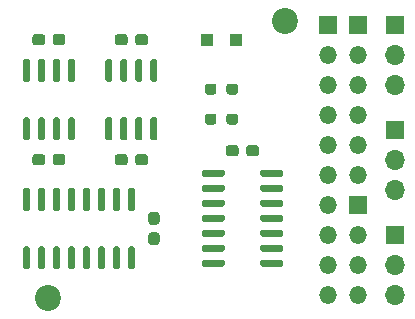
<source format=gbr>
%TF.GenerationSoftware,KiCad,Pcbnew,(5.1.10)-1*%
%TF.CreationDate,2021-10-05T19:45:30+09:00*%
%TF.ProjectId,mr8-iso-mux-sbus-4ws,6d72382d-6973-46f2-9d6d-75782d736275,1*%
%TF.SameCoordinates,Original*%
%TF.FileFunction,Soldermask,Top*%
%TF.FilePolarity,Negative*%
%FSLAX46Y46*%
G04 Gerber Fmt 4.6, Leading zero omitted, Abs format (unit mm)*
G04 Created by KiCad (PCBNEW (5.1.10)-1) date 2021-10-05 19:45:30*
%MOMM*%
%LPD*%
G01*
G04 APERTURE LIST*
%ADD10R,1.500000X1.500000*%
%ADD11O,1.700000X1.700000*%
%ADD12O,1.500000X1.500000*%
%ADD13R,1.000000X1.000000*%
%ADD14C,2.200000*%
G04 APERTURE END LIST*
D10*
%TO.C,J4*%
X136525000Y-95250000D03*
D11*
X136525000Y-97790000D03*
X136525000Y-100330000D03*
%TD*%
%TO.C,J3*%
X136525000Y-91440000D03*
X136525000Y-88900000D03*
D10*
X136525000Y-86360000D03*
%TD*%
D11*
%TO.C,J2*%
X136525000Y-82550000D03*
X136525000Y-80010000D03*
D10*
X136525000Y-77470000D03*
%TD*%
D12*
%TO.C,J5*%
X133350000Y-100330000D03*
X133350000Y-97790000D03*
X133350000Y-95250000D03*
D10*
X133350000Y-92710000D03*
%TD*%
D12*
%TO.C,J6*%
X133350000Y-90170000D03*
X133350000Y-87630000D03*
X133350000Y-85090000D03*
X133350000Y-82550000D03*
X133350000Y-80010000D03*
D10*
X133350000Y-77470000D03*
%TD*%
D12*
%TO.C,J1*%
X130810000Y-100330000D03*
X130810000Y-97790000D03*
X130810000Y-95250000D03*
X130810000Y-92710000D03*
X130810000Y-90170000D03*
X130810000Y-87630000D03*
X130810000Y-85090000D03*
X130810000Y-82550000D03*
X130810000Y-80010000D03*
D10*
X130810000Y-77470000D03*
%TD*%
D13*
%TO.C,D1*%
X120543000Y-78740000D03*
X123043000Y-78740000D03*
%TD*%
D14*
%TO.C,H2*%
X127150000Y-77150000D03*
%TD*%
%TO.C,H1*%
X107150000Y-100650000D03*
%TD*%
%TO.C,C6*%
G36*
G01*
X106863000Y-78502500D02*
X106863000Y-78977500D01*
G75*
G02*
X106625500Y-79215000I-237500J0D01*
G01*
X106025500Y-79215000D01*
G75*
G02*
X105788000Y-78977500I0J237500D01*
G01*
X105788000Y-78502500D01*
G75*
G02*
X106025500Y-78265000I237500J0D01*
G01*
X106625500Y-78265000D01*
G75*
G02*
X106863000Y-78502500I0J-237500D01*
G01*
G37*
G36*
G01*
X108588000Y-78502500D02*
X108588000Y-78977500D01*
G75*
G02*
X108350500Y-79215000I-237500J0D01*
G01*
X107750500Y-79215000D01*
G75*
G02*
X107513000Y-78977500I0J237500D01*
G01*
X107513000Y-78502500D01*
G75*
G02*
X107750500Y-78265000I237500J0D01*
G01*
X108350500Y-78265000D01*
G75*
G02*
X108588000Y-78502500I0J-237500D01*
G01*
G37*
%TD*%
%TO.C,C5*%
G36*
G01*
X113848000Y-78502500D02*
X113848000Y-78977500D01*
G75*
G02*
X113610500Y-79215000I-237500J0D01*
G01*
X113010500Y-79215000D01*
G75*
G02*
X112773000Y-78977500I0J237500D01*
G01*
X112773000Y-78502500D01*
G75*
G02*
X113010500Y-78265000I237500J0D01*
G01*
X113610500Y-78265000D01*
G75*
G02*
X113848000Y-78502500I0J-237500D01*
G01*
G37*
G36*
G01*
X115573000Y-78502500D02*
X115573000Y-78977500D01*
G75*
G02*
X115335500Y-79215000I-237500J0D01*
G01*
X114735500Y-79215000D01*
G75*
G02*
X114498000Y-78977500I0J237500D01*
G01*
X114498000Y-78502500D01*
G75*
G02*
X114735500Y-78265000I237500J0D01*
G01*
X115335500Y-78265000D01*
G75*
G02*
X115573000Y-78502500I0J-237500D01*
G01*
G37*
%TD*%
%TO.C,U4*%
G36*
G01*
X108943000Y-85320000D02*
X109243000Y-85320000D01*
G75*
G02*
X109393000Y-85470000I0J-150000D01*
G01*
X109393000Y-87120000D01*
G75*
G02*
X109243000Y-87270000I-150000J0D01*
G01*
X108943000Y-87270000D01*
G75*
G02*
X108793000Y-87120000I0J150000D01*
G01*
X108793000Y-85470000D01*
G75*
G02*
X108943000Y-85320000I150000J0D01*
G01*
G37*
G36*
G01*
X107673000Y-85320000D02*
X107973000Y-85320000D01*
G75*
G02*
X108123000Y-85470000I0J-150000D01*
G01*
X108123000Y-87120000D01*
G75*
G02*
X107973000Y-87270000I-150000J0D01*
G01*
X107673000Y-87270000D01*
G75*
G02*
X107523000Y-87120000I0J150000D01*
G01*
X107523000Y-85470000D01*
G75*
G02*
X107673000Y-85320000I150000J0D01*
G01*
G37*
G36*
G01*
X106403000Y-85320000D02*
X106703000Y-85320000D01*
G75*
G02*
X106853000Y-85470000I0J-150000D01*
G01*
X106853000Y-87120000D01*
G75*
G02*
X106703000Y-87270000I-150000J0D01*
G01*
X106403000Y-87270000D01*
G75*
G02*
X106253000Y-87120000I0J150000D01*
G01*
X106253000Y-85470000D01*
G75*
G02*
X106403000Y-85320000I150000J0D01*
G01*
G37*
G36*
G01*
X105133000Y-85320000D02*
X105433000Y-85320000D01*
G75*
G02*
X105583000Y-85470000I0J-150000D01*
G01*
X105583000Y-87120000D01*
G75*
G02*
X105433000Y-87270000I-150000J0D01*
G01*
X105133000Y-87270000D01*
G75*
G02*
X104983000Y-87120000I0J150000D01*
G01*
X104983000Y-85470000D01*
G75*
G02*
X105133000Y-85320000I150000J0D01*
G01*
G37*
G36*
G01*
X105133000Y-80370000D02*
X105433000Y-80370000D01*
G75*
G02*
X105583000Y-80520000I0J-150000D01*
G01*
X105583000Y-82170000D01*
G75*
G02*
X105433000Y-82320000I-150000J0D01*
G01*
X105133000Y-82320000D01*
G75*
G02*
X104983000Y-82170000I0J150000D01*
G01*
X104983000Y-80520000D01*
G75*
G02*
X105133000Y-80370000I150000J0D01*
G01*
G37*
G36*
G01*
X106403000Y-80370000D02*
X106703000Y-80370000D01*
G75*
G02*
X106853000Y-80520000I0J-150000D01*
G01*
X106853000Y-82170000D01*
G75*
G02*
X106703000Y-82320000I-150000J0D01*
G01*
X106403000Y-82320000D01*
G75*
G02*
X106253000Y-82170000I0J150000D01*
G01*
X106253000Y-80520000D01*
G75*
G02*
X106403000Y-80370000I150000J0D01*
G01*
G37*
G36*
G01*
X107673000Y-80370000D02*
X107973000Y-80370000D01*
G75*
G02*
X108123000Y-80520000I0J-150000D01*
G01*
X108123000Y-82170000D01*
G75*
G02*
X107973000Y-82320000I-150000J0D01*
G01*
X107673000Y-82320000D01*
G75*
G02*
X107523000Y-82170000I0J150000D01*
G01*
X107523000Y-80520000D01*
G75*
G02*
X107673000Y-80370000I150000J0D01*
G01*
G37*
G36*
G01*
X108943000Y-80370000D02*
X109243000Y-80370000D01*
G75*
G02*
X109393000Y-80520000I0J-150000D01*
G01*
X109393000Y-82170000D01*
G75*
G02*
X109243000Y-82320000I-150000J0D01*
G01*
X108943000Y-82320000D01*
G75*
G02*
X108793000Y-82170000I0J150000D01*
G01*
X108793000Y-80520000D01*
G75*
G02*
X108943000Y-80370000I150000J0D01*
G01*
G37*
%TD*%
%TO.C,U3*%
G36*
G01*
X115928000Y-85320000D02*
X116228000Y-85320000D01*
G75*
G02*
X116378000Y-85470000I0J-150000D01*
G01*
X116378000Y-87120000D01*
G75*
G02*
X116228000Y-87270000I-150000J0D01*
G01*
X115928000Y-87270000D01*
G75*
G02*
X115778000Y-87120000I0J150000D01*
G01*
X115778000Y-85470000D01*
G75*
G02*
X115928000Y-85320000I150000J0D01*
G01*
G37*
G36*
G01*
X114658000Y-85320000D02*
X114958000Y-85320000D01*
G75*
G02*
X115108000Y-85470000I0J-150000D01*
G01*
X115108000Y-87120000D01*
G75*
G02*
X114958000Y-87270000I-150000J0D01*
G01*
X114658000Y-87270000D01*
G75*
G02*
X114508000Y-87120000I0J150000D01*
G01*
X114508000Y-85470000D01*
G75*
G02*
X114658000Y-85320000I150000J0D01*
G01*
G37*
G36*
G01*
X113388000Y-85320000D02*
X113688000Y-85320000D01*
G75*
G02*
X113838000Y-85470000I0J-150000D01*
G01*
X113838000Y-87120000D01*
G75*
G02*
X113688000Y-87270000I-150000J0D01*
G01*
X113388000Y-87270000D01*
G75*
G02*
X113238000Y-87120000I0J150000D01*
G01*
X113238000Y-85470000D01*
G75*
G02*
X113388000Y-85320000I150000J0D01*
G01*
G37*
G36*
G01*
X112118000Y-85320000D02*
X112418000Y-85320000D01*
G75*
G02*
X112568000Y-85470000I0J-150000D01*
G01*
X112568000Y-87120000D01*
G75*
G02*
X112418000Y-87270000I-150000J0D01*
G01*
X112118000Y-87270000D01*
G75*
G02*
X111968000Y-87120000I0J150000D01*
G01*
X111968000Y-85470000D01*
G75*
G02*
X112118000Y-85320000I150000J0D01*
G01*
G37*
G36*
G01*
X112118000Y-80370000D02*
X112418000Y-80370000D01*
G75*
G02*
X112568000Y-80520000I0J-150000D01*
G01*
X112568000Y-82170000D01*
G75*
G02*
X112418000Y-82320000I-150000J0D01*
G01*
X112118000Y-82320000D01*
G75*
G02*
X111968000Y-82170000I0J150000D01*
G01*
X111968000Y-80520000D01*
G75*
G02*
X112118000Y-80370000I150000J0D01*
G01*
G37*
G36*
G01*
X113388000Y-80370000D02*
X113688000Y-80370000D01*
G75*
G02*
X113838000Y-80520000I0J-150000D01*
G01*
X113838000Y-82170000D01*
G75*
G02*
X113688000Y-82320000I-150000J0D01*
G01*
X113388000Y-82320000D01*
G75*
G02*
X113238000Y-82170000I0J150000D01*
G01*
X113238000Y-80520000D01*
G75*
G02*
X113388000Y-80370000I150000J0D01*
G01*
G37*
G36*
G01*
X114658000Y-80370000D02*
X114958000Y-80370000D01*
G75*
G02*
X115108000Y-80520000I0J-150000D01*
G01*
X115108000Y-82170000D01*
G75*
G02*
X114958000Y-82320000I-150000J0D01*
G01*
X114658000Y-82320000D01*
G75*
G02*
X114508000Y-82170000I0J150000D01*
G01*
X114508000Y-80520000D01*
G75*
G02*
X114658000Y-80370000I150000J0D01*
G01*
G37*
G36*
G01*
X115928000Y-80370000D02*
X116228000Y-80370000D01*
G75*
G02*
X116378000Y-80520000I0J-150000D01*
G01*
X116378000Y-82170000D01*
G75*
G02*
X116228000Y-82320000I-150000J0D01*
G01*
X115928000Y-82320000D01*
G75*
G02*
X115778000Y-82170000I0J150000D01*
G01*
X115778000Y-80520000D01*
G75*
G02*
X115928000Y-80370000I150000J0D01*
G01*
G37*
%TD*%
%TO.C,U1*%
G36*
G01*
X125071000Y-90193000D02*
X125071000Y-89893000D01*
G75*
G02*
X125221000Y-89743000I150000J0D01*
G01*
X126871000Y-89743000D01*
G75*
G02*
X127021000Y-89893000I0J-150000D01*
G01*
X127021000Y-90193000D01*
G75*
G02*
X126871000Y-90343000I-150000J0D01*
G01*
X125221000Y-90343000D01*
G75*
G02*
X125071000Y-90193000I0J150000D01*
G01*
G37*
G36*
G01*
X125071000Y-91463000D02*
X125071000Y-91163000D01*
G75*
G02*
X125221000Y-91013000I150000J0D01*
G01*
X126871000Y-91013000D01*
G75*
G02*
X127021000Y-91163000I0J-150000D01*
G01*
X127021000Y-91463000D01*
G75*
G02*
X126871000Y-91613000I-150000J0D01*
G01*
X125221000Y-91613000D01*
G75*
G02*
X125071000Y-91463000I0J150000D01*
G01*
G37*
G36*
G01*
X125071000Y-92733000D02*
X125071000Y-92433000D01*
G75*
G02*
X125221000Y-92283000I150000J0D01*
G01*
X126871000Y-92283000D01*
G75*
G02*
X127021000Y-92433000I0J-150000D01*
G01*
X127021000Y-92733000D01*
G75*
G02*
X126871000Y-92883000I-150000J0D01*
G01*
X125221000Y-92883000D01*
G75*
G02*
X125071000Y-92733000I0J150000D01*
G01*
G37*
G36*
G01*
X125071000Y-94003000D02*
X125071000Y-93703000D01*
G75*
G02*
X125221000Y-93553000I150000J0D01*
G01*
X126871000Y-93553000D01*
G75*
G02*
X127021000Y-93703000I0J-150000D01*
G01*
X127021000Y-94003000D01*
G75*
G02*
X126871000Y-94153000I-150000J0D01*
G01*
X125221000Y-94153000D01*
G75*
G02*
X125071000Y-94003000I0J150000D01*
G01*
G37*
G36*
G01*
X125071000Y-95273000D02*
X125071000Y-94973000D01*
G75*
G02*
X125221000Y-94823000I150000J0D01*
G01*
X126871000Y-94823000D01*
G75*
G02*
X127021000Y-94973000I0J-150000D01*
G01*
X127021000Y-95273000D01*
G75*
G02*
X126871000Y-95423000I-150000J0D01*
G01*
X125221000Y-95423000D01*
G75*
G02*
X125071000Y-95273000I0J150000D01*
G01*
G37*
G36*
G01*
X125071000Y-96543000D02*
X125071000Y-96243000D01*
G75*
G02*
X125221000Y-96093000I150000J0D01*
G01*
X126871000Y-96093000D01*
G75*
G02*
X127021000Y-96243000I0J-150000D01*
G01*
X127021000Y-96543000D01*
G75*
G02*
X126871000Y-96693000I-150000J0D01*
G01*
X125221000Y-96693000D01*
G75*
G02*
X125071000Y-96543000I0J150000D01*
G01*
G37*
G36*
G01*
X125071000Y-97813000D02*
X125071000Y-97513000D01*
G75*
G02*
X125221000Y-97363000I150000J0D01*
G01*
X126871000Y-97363000D01*
G75*
G02*
X127021000Y-97513000I0J-150000D01*
G01*
X127021000Y-97813000D01*
G75*
G02*
X126871000Y-97963000I-150000J0D01*
G01*
X125221000Y-97963000D01*
G75*
G02*
X125071000Y-97813000I0J150000D01*
G01*
G37*
G36*
G01*
X120121000Y-97813000D02*
X120121000Y-97513000D01*
G75*
G02*
X120271000Y-97363000I150000J0D01*
G01*
X121921000Y-97363000D01*
G75*
G02*
X122071000Y-97513000I0J-150000D01*
G01*
X122071000Y-97813000D01*
G75*
G02*
X121921000Y-97963000I-150000J0D01*
G01*
X120271000Y-97963000D01*
G75*
G02*
X120121000Y-97813000I0J150000D01*
G01*
G37*
G36*
G01*
X120121000Y-96543000D02*
X120121000Y-96243000D01*
G75*
G02*
X120271000Y-96093000I150000J0D01*
G01*
X121921000Y-96093000D01*
G75*
G02*
X122071000Y-96243000I0J-150000D01*
G01*
X122071000Y-96543000D01*
G75*
G02*
X121921000Y-96693000I-150000J0D01*
G01*
X120271000Y-96693000D01*
G75*
G02*
X120121000Y-96543000I0J150000D01*
G01*
G37*
G36*
G01*
X120121000Y-95273000D02*
X120121000Y-94973000D01*
G75*
G02*
X120271000Y-94823000I150000J0D01*
G01*
X121921000Y-94823000D01*
G75*
G02*
X122071000Y-94973000I0J-150000D01*
G01*
X122071000Y-95273000D01*
G75*
G02*
X121921000Y-95423000I-150000J0D01*
G01*
X120271000Y-95423000D01*
G75*
G02*
X120121000Y-95273000I0J150000D01*
G01*
G37*
G36*
G01*
X120121000Y-94003000D02*
X120121000Y-93703000D01*
G75*
G02*
X120271000Y-93553000I150000J0D01*
G01*
X121921000Y-93553000D01*
G75*
G02*
X122071000Y-93703000I0J-150000D01*
G01*
X122071000Y-94003000D01*
G75*
G02*
X121921000Y-94153000I-150000J0D01*
G01*
X120271000Y-94153000D01*
G75*
G02*
X120121000Y-94003000I0J150000D01*
G01*
G37*
G36*
G01*
X120121000Y-92733000D02*
X120121000Y-92433000D01*
G75*
G02*
X120271000Y-92283000I150000J0D01*
G01*
X121921000Y-92283000D01*
G75*
G02*
X122071000Y-92433000I0J-150000D01*
G01*
X122071000Y-92733000D01*
G75*
G02*
X121921000Y-92883000I-150000J0D01*
G01*
X120271000Y-92883000D01*
G75*
G02*
X120121000Y-92733000I0J150000D01*
G01*
G37*
G36*
G01*
X120121000Y-91463000D02*
X120121000Y-91163000D01*
G75*
G02*
X120271000Y-91013000I150000J0D01*
G01*
X121921000Y-91013000D01*
G75*
G02*
X122071000Y-91163000I0J-150000D01*
G01*
X122071000Y-91463000D01*
G75*
G02*
X121921000Y-91613000I-150000J0D01*
G01*
X120271000Y-91613000D01*
G75*
G02*
X120121000Y-91463000I0J150000D01*
G01*
G37*
G36*
G01*
X120121000Y-90193000D02*
X120121000Y-89893000D01*
G75*
G02*
X120271000Y-89743000I150000J0D01*
G01*
X121921000Y-89743000D01*
G75*
G02*
X122071000Y-89893000I0J-150000D01*
G01*
X122071000Y-90193000D01*
G75*
G02*
X121921000Y-90343000I-150000J0D01*
G01*
X120271000Y-90343000D01*
G75*
G02*
X120121000Y-90193000I0J150000D01*
G01*
G37*
%TD*%
%TO.C,C4*%
G36*
G01*
X106863000Y-88662500D02*
X106863000Y-89137500D01*
G75*
G02*
X106625500Y-89375000I-237500J0D01*
G01*
X106025500Y-89375000D01*
G75*
G02*
X105788000Y-89137500I0J237500D01*
G01*
X105788000Y-88662500D01*
G75*
G02*
X106025500Y-88425000I237500J0D01*
G01*
X106625500Y-88425000D01*
G75*
G02*
X106863000Y-88662500I0J-237500D01*
G01*
G37*
G36*
G01*
X108588000Y-88662500D02*
X108588000Y-89137500D01*
G75*
G02*
X108350500Y-89375000I-237500J0D01*
G01*
X107750500Y-89375000D01*
G75*
G02*
X107513000Y-89137500I0J237500D01*
G01*
X107513000Y-88662500D01*
G75*
G02*
X107750500Y-88425000I237500J0D01*
G01*
X108350500Y-88425000D01*
G75*
G02*
X108588000Y-88662500I0J-237500D01*
G01*
G37*
%TD*%
%TO.C,C3*%
G36*
G01*
X113848000Y-88662500D02*
X113848000Y-89137500D01*
G75*
G02*
X113610500Y-89375000I-237500J0D01*
G01*
X113010500Y-89375000D01*
G75*
G02*
X112773000Y-89137500I0J237500D01*
G01*
X112773000Y-88662500D01*
G75*
G02*
X113010500Y-88425000I237500J0D01*
G01*
X113610500Y-88425000D01*
G75*
G02*
X113848000Y-88662500I0J-237500D01*
G01*
G37*
G36*
G01*
X115573000Y-88662500D02*
X115573000Y-89137500D01*
G75*
G02*
X115335500Y-89375000I-237500J0D01*
G01*
X114735500Y-89375000D01*
G75*
G02*
X114498000Y-89137500I0J237500D01*
G01*
X114498000Y-88662500D01*
G75*
G02*
X114735500Y-88425000I237500J0D01*
G01*
X115335500Y-88425000D01*
G75*
G02*
X115573000Y-88662500I0J-237500D01*
G01*
G37*
%TD*%
%TO.C,C2*%
G36*
G01*
X116315500Y-96142000D02*
X115840500Y-96142000D01*
G75*
G02*
X115603000Y-95904500I0J237500D01*
G01*
X115603000Y-95304500D01*
G75*
G02*
X115840500Y-95067000I237500J0D01*
G01*
X116315500Y-95067000D01*
G75*
G02*
X116553000Y-95304500I0J-237500D01*
G01*
X116553000Y-95904500D01*
G75*
G02*
X116315500Y-96142000I-237500J0D01*
G01*
G37*
G36*
G01*
X116315500Y-94417000D02*
X115840500Y-94417000D01*
G75*
G02*
X115603000Y-94179500I0J237500D01*
G01*
X115603000Y-93579500D01*
G75*
G02*
X115840500Y-93342000I237500J0D01*
G01*
X116315500Y-93342000D01*
G75*
G02*
X116553000Y-93579500I0J-237500D01*
G01*
X116553000Y-94179500D01*
G75*
G02*
X116315500Y-94417000I-237500J0D01*
G01*
G37*
%TD*%
%TO.C,C1*%
G36*
G01*
X123246000Y-87900500D02*
X123246000Y-88375500D01*
G75*
G02*
X123008500Y-88613000I-237500J0D01*
G01*
X122408500Y-88613000D01*
G75*
G02*
X122171000Y-88375500I0J237500D01*
G01*
X122171000Y-87900500D01*
G75*
G02*
X122408500Y-87663000I237500J0D01*
G01*
X123008500Y-87663000D01*
G75*
G02*
X123246000Y-87900500I0J-237500D01*
G01*
G37*
G36*
G01*
X124971000Y-87900500D02*
X124971000Y-88375500D01*
G75*
G02*
X124733500Y-88613000I-237500J0D01*
G01*
X124133500Y-88613000D01*
G75*
G02*
X123896000Y-88375500I0J237500D01*
G01*
X123896000Y-87900500D01*
G75*
G02*
X124133500Y-87663000I237500J0D01*
G01*
X124733500Y-87663000D01*
G75*
G02*
X124971000Y-87900500I0J-237500D01*
G01*
G37*
%TD*%
%TO.C,R2*%
G36*
G01*
X120393000Y-83168500D02*
X120393000Y-82693500D01*
G75*
G02*
X120630500Y-82456000I237500J0D01*
G01*
X121130500Y-82456000D01*
G75*
G02*
X121368000Y-82693500I0J-237500D01*
G01*
X121368000Y-83168500D01*
G75*
G02*
X121130500Y-83406000I-237500J0D01*
G01*
X120630500Y-83406000D01*
G75*
G02*
X120393000Y-83168500I0J237500D01*
G01*
G37*
G36*
G01*
X122218000Y-83168500D02*
X122218000Y-82693500D01*
G75*
G02*
X122455500Y-82456000I237500J0D01*
G01*
X122955500Y-82456000D01*
G75*
G02*
X123193000Y-82693500I0J-237500D01*
G01*
X123193000Y-83168500D01*
G75*
G02*
X122955500Y-83406000I-237500J0D01*
G01*
X122455500Y-83406000D01*
G75*
G02*
X122218000Y-83168500I0J237500D01*
G01*
G37*
%TD*%
%TO.C,R1*%
G36*
G01*
X121368000Y-85233500D02*
X121368000Y-85708500D01*
G75*
G02*
X121130500Y-85946000I-237500J0D01*
G01*
X120630500Y-85946000D01*
G75*
G02*
X120393000Y-85708500I0J237500D01*
G01*
X120393000Y-85233500D01*
G75*
G02*
X120630500Y-84996000I237500J0D01*
G01*
X121130500Y-84996000D01*
G75*
G02*
X121368000Y-85233500I0J-237500D01*
G01*
G37*
G36*
G01*
X123193000Y-85233500D02*
X123193000Y-85708500D01*
G75*
G02*
X122955500Y-85946000I-237500J0D01*
G01*
X122455500Y-85946000D01*
G75*
G02*
X122218000Y-85708500I0J237500D01*
G01*
X122218000Y-85233500D01*
G75*
G02*
X122455500Y-84996000I237500J0D01*
G01*
X122955500Y-84996000D01*
G75*
G02*
X123193000Y-85233500I0J-237500D01*
G01*
G37*
%TD*%
%TO.C,U2*%
G36*
G01*
X114023000Y-96242000D02*
X114323000Y-96242000D01*
G75*
G02*
X114473000Y-96392000I0J-150000D01*
G01*
X114473000Y-98042000D01*
G75*
G02*
X114323000Y-98192000I-150000J0D01*
G01*
X114023000Y-98192000D01*
G75*
G02*
X113873000Y-98042000I0J150000D01*
G01*
X113873000Y-96392000D01*
G75*
G02*
X114023000Y-96242000I150000J0D01*
G01*
G37*
G36*
G01*
X112753000Y-96242000D02*
X113053000Y-96242000D01*
G75*
G02*
X113203000Y-96392000I0J-150000D01*
G01*
X113203000Y-98042000D01*
G75*
G02*
X113053000Y-98192000I-150000J0D01*
G01*
X112753000Y-98192000D01*
G75*
G02*
X112603000Y-98042000I0J150000D01*
G01*
X112603000Y-96392000D01*
G75*
G02*
X112753000Y-96242000I150000J0D01*
G01*
G37*
G36*
G01*
X111483000Y-96242000D02*
X111783000Y-96242000D01*
G75*
G02*
X111933000Y-96392000I0J-150000D01*
G01*
X111933000Y-98042000D01*
G75*
G02*
X111783000Y-98192000I-150000J0D01*
G01*
X111483000Y-98192000D01*
G75*
G02*
X111333000Y-98042000I0J150000D01*
G01*
X111333000Y-96392000D01*
G75*
G02*
X111483000Y-96242000I150000J0D01*
G01*
G37*
G36*
G01*
X110213000Y-96242000D02*
X110513000Y-96242000D01*
G75*
G02*
X110663000Y-96392000I0J-150000D01*
G01*
X110663000Y-98042000D01*
G75*
G02*
X110513000Y-98192000I-150000J0D01*
G01*
X110213000Y-98192000D01*
G75*
G02*
X110063000Y-98042000I0J150000D01*
G01*
X110063000Y-96392000D01*
G75*
G02*
X110213000Y-96242000I150000J0D01*
G01*
G37*
G36*
G01*
X108943000Y-96242000D02*
X109243000Y-96242000D01*
G75*
G02*
X109393000Y-96392000I0J-150000D01*
G01*
X109393000Y-98042000D01*
G75*
G02*
X109243000Y-98192000I-150000J0D01*
G01*
X108943000Y-98192000D01*
G75*
G02*
X108793000Y-98042000I0J150000D01*
G01*
X108793000Y-96392000D01*
G75*
G02*
X108943000Y-96242000I150000J0D01*
G01*
G37*
G36*
G01*
X107673000Y-96242000D02*
X107973000Y-96242000D01*
G75*
G02*
X108123000Y-96392000I0J-150000D01*
G01*
X108123000Y-98042000D01*
G75*
G02*
X107973000Y-98192000I-150000J0D01*
G01*
X107673000Y-98192000D01*
G75*
G02*
X107523000Y-98042000I0J150000D01*
G01*
X107523000Y-96392000D01*
G75*
G02*
X107673000Y-96242000I150000J0D01*
G01*
G37*
G36*
G01*
X106403000Y-96242000D02*
X106703000Y-96242000D01*
G75*
G02*
X106853000Y-96392000I0J-150000D01*
G01*
X106853000Y-98042000D01*
G75*
G02*
X106703000Y-98192000I-150000J0D01*
G01*
X106403000Y-98192000D01*
G75*
G02*
X106253000Y-98042000I0J150000D01*
G01*
X106253000Y-96392000D01*
G75*
G02*
X106403000Y-96242000I150000J0D01*
G01*
G37*
G36*
G01*
X105133000Y-96242000D02*
X105433000Y-96242000D01*
G75*
G02*
X105583000Y-96392000I0J-150000D01*
G01*
X105583000Y-98042000D01*
G75*
G02*
X105433000Y-98192000I-150000J0D01*
G01*
X105133000Y-98192000D01*
G75*
G02*
X104983000Y-98042000I0J150000D01*
G01*
X104983000Y-96392000D01*
G75*
G02*
X105133000Y-96242000I150000J0D01*
G01*
G37*
G36*
G01*
X105133000Y-91292000D02*
X105433000Y-91292000D01*
G75*
G02*
X105583000Y-91442000I0J-150000D01*
G01*
X105583000Y-93092000D01*
G75*
G02*
X105433000Y-93242000I-150000J0D01*
G01*
X105133000Y-93242000D01*
G75*
G02*
X104983000Y-93092000I0J150000D01*
G01*
X104983000Y-91442000D01*
G75*
G02*
X105133000Y-91292000I150000J0D01*
G01*
G37*
G36*
G01*
X106403000Y-91292000D02*
X106703000Y-91292000D01*
G75*
G02*
X106853000Y-91442000I0J-150000D01*
G01*
X106853000Y-93092000D01*
G75*
G02*
X106703000Y-93242000I-150000J0D01*
G01*
X106403000Y-93242000D01*
G75*
G02*
X106253000Y-93092000I0J150000D01*
G01*
X106253000Y-91442000D01*
G75*
G02*
X106403000Y-91292000I150000J0D01*
G01*
G37*
G36*
G01*
X107673000Y-91292000D02*
X107973000Y-91292000D01*
G75*
G02*
X108123000Y-91442000I0J-150000D01*
G01*
X108123000Y-93092000D01*
G75*
G02*
X107973000Y-93242000I-150000J0D01*
G01*
X107673000Y-93242000D01*
G75*
G02*
X107523000Y-93092000I0J150000D01*
G01*
X107523000Y-91442000D01*
G75*
G02*
X107673000Y-91292000I150000J0D01*
G01*
G37*
G36*
G01*
X108943000Y-91292000D02*
X109243000Y-91292000D01*
G75*
G02*
X109393000Y-91442000I0J-150000D01*
G01*
X109393000Y-93092000D01*
G75*
G02*
X109243000Y-93242000I-150000J0D01*
G01*
X108943000Y-93242000D01*
G75*
G02*
X108793000Y-93092000I0J150000D01*
G01*
X108793000Y-91442000D01*
G75*
G02*
X108943000Y-91292000I150000J0D01*
G01*
G37*
G36*
G01*
X110213000Y-91292000D02*
X110513000Y-91292000D01*
G75*
G02*
X110663000Y-91442000I0J-150000D01*
G01*
X110663000Y-93092000D01*
G75*
G02*
X110513000Y-93242000I-150000J0D01*
G01*
X110213000Y-93242000D01*
G75*
G02*
X110063000Y-93092000I0J150000D01*
G01*
X110063000Y-91442000D01*
G75*
G02*
X110213000Y-91292000I150000J0D01*
G01*
G37*
G36*
G01*
X111483000Y-91292000D02*
X111783000Y-91292000D01*
G75*
G02*
X111933000Y-91442000I0J-150000D01*
G01*
X111933000Y-93092000D01*
G75*
G02*
X111783000Y-93242000I-150000J0D01*
G01*
X111483000Y-93242000D01*
G75*
G02*
X111333000Y-93092000I0J150000D01*
G01*
X111333000Y-91442000D01*
G75*
G02*
X111483000Y-91292000I150000J0D01*
G01*
G37*
G36*
G01*
X112753000Y-91292000D02*
X113053000Y-91292000D01*
G75*
G02*
X113203000Y-91442000I0J-150000D01*
G01*
X113203000Y-93092000D01*
G75*
G02*
X113053000Y-93242000I-150000J0D01*
G01*
X112753000Y-93242000D01*
G75*
G02*
X112603000Y-93092000I0J150000D01*
G01*
X112603000Y-91442000D01*
G75*
G02*
X112753000Y-91292000I150000J0D01*
G01*
G37*
G36*
G01*
X114023000Y-91292000D02*
X114323000Y-91292000D01*
G75*
G02*
X114473000Y-91442000I0J-150000D01*
G01*
X114473000Y-93092000D01*
G75*
G02*
X114323000Y-93242000I-150000J0D01*
G01*
X114023000Y-93242000D01*
G75*
G02*
X113873000Y-93092000I0J150000D01*
G01*
X113873000Y-91442000D01*
G75*
G02*
X114023000Y-91292000I150000J0D01*
G01*
G37*
%TD*%
M02*

</source>
